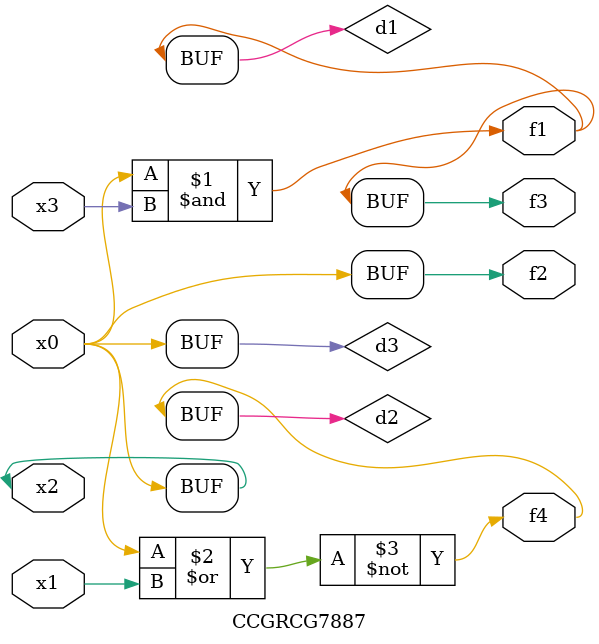
<source format=v>
module CCGRCG7887(
	input x0, x1, x2, x3,
	output f1, f2, f3, f4
);

	wire d1, d2, d3;

	and (d1, x2, x3);
	nor (d2, x0, x1);
	buf (d3, x0, x2);
	assign f1 = d1;
	assign f2 = d3;
	assign f3 = d1;
	assign f4 = d2;
endmodule

</source>
